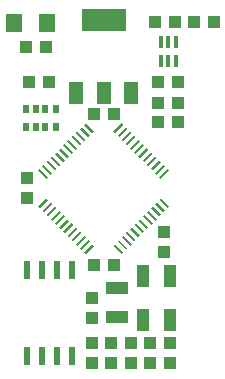
<source format=gbp>
G75*
G70*
%OFA0B0*%
%FSLAX24Y24*%
%IPPOS*%
%LPD*%
%AMOC8*
5,1,8,0,0,1.08239X$1,22.5*
%
%ADD10R,0.0433X0.0748*%
%ADD11R,0.0394X0.0433*%
%ADD12R,0.0079X0.0394*%
%ADD13R,0.0394X0.0079*%
%ADD14R,0.0433X0.0394*%
%ADD15R,0.0220X0.0590*%
%ADD16R,0.0118X0.0390*%
%ADD17R,0.0748X0.0433*%
%ADD18R,0.0500X0.0750*%
%ADD19R,0.1500X0.0750*%
%ADD20R,0.0236X0.0315*%
%ADD21R,0.0197X0.0315*%
%ADD22R,0.0551X0.0630*%
D10*
X006284Y003762D03*
X007189Y003762D03*
X007189Y005218D03*
X006284Y005218D03*
D11*
X006987Y006005D03*
X006987Y006675D03*
X006802Y010340D03*
X006802Y010990D03*
X007471Y010990D03*
X007471Y010340D03*
X007371Y013690D03*
X008002Y013690D03*
X008671Y013690D03*
X006702Y013690D03*
X002437Y008475D03*
X002437Y007805D03*
X004587Y002975D03*
X004587Y002305D03*
X005237Y002305D03*
X005237Y002975D03*
X005887Y002975D03*
X005887Y002305D03*
X006537Y002305D03*
X006537Y002975D03*
X007187Y002975D03*
X007187Y002305D03*
D12*
G36*
X005640Y006011D02*
X005585Y005956D01*
X005308Y006233D01*
X005363Y006288D01*
X005640Y006011D01*
G37*
G36*
X005779Y006150D02*
X005724Y006095D01*
X005447Y006372D01*
X005502Y006427D01*
X005779Y006150D01*
G37*
G36*
X005918Y006289D02*
X005863Y006234D01*
X005586Y006511D01*
X005641Y006566D01*
X005918Y006289D01*
G37*
G36*
X006057Y006428D02*
X006002Y006373D01*
X005725Y006650D01*
X005780Y006705D01*
X006057Y006428D01*
G37*
G36*
X006197Y006567D02*
X006142Y006512D01*
X005865Y006789D01*
X005920Y006844D01*
X006197Y006567D01*
G37*
G36*
X006336Y006707D02*
X006281Y006652D01*
X006004Y006929D01*
X006059Y006984D01*
X006336Y006707D01*
G37*
G36*
X006475Y006846D02*
X006420Y006791D01*
X006143Y007068D01*
X006198Y007123D01*
X006475Y006846D01*
G37*
G36*
X006614Y006985D02*
X006559Y006930D01*
X006282Y007207D01*
X006337Y007262D01*
X006614Y006985D01*
G37*
G36*
X006753Y007124D02*
X006698Y007069D01*
X006421Y007346D01*
X006476Y007401D01*
X006753Y007124D01*
G37*
G36*
X006893Y007263D02*
X006838Y007208D01*
X006561Y007485D01*
X006616Y007540D01*
X006893Y007263D01*
G37*
G36*
X007032Y007403D02*
X006977Y007348D01*
X006700Y007625D01*
X006755Y007680D01*
X007032Y007403D01*
G37*
G36*
X007171Y007542D02*
X007116Y007487D01*
X006839Y007764D01*
X006894Y007819D01*
X007171Y007542D01*
G37*
G36*
X004665Y010047D02*
X004610Y009992D01*
X004333Y010269D01*
X004388Y010324D01*
X004665Y010047D01*
G37*
G36*
X004526Y009908D02*
X004471Y009853D01*
X004194Y010130D01*
X004249Y010185D01*
X004526Y009908D01*
G37*
G36*
X004387Y009769D02*
X004332Y009714D01*
X004055Y009991D01*
X004110Y010046D01*
X004387Y009769D01*
G37*
G36*
X004248Y009630D02*
X004193Y009575D01*
X003916Y009852D01*
X003971Y009907D01*
X004248Y009630D01*
G37*
G36*
X004109Y009491D02*
X004054Y009436D01*
X003777Y009713D01*
X003832Y009768D01*
X004109Y009491D01*
G37*
G36*
X003970Y009351D02*
X003915Y009296D01*
X003638Y009573D01*
X003693Y009628D01*
X003970Y009351D01*
G37*
G36*
X003830Y009212D02*
X003775Y009157D01*
X003498Y009434D01*
X003553Y009489D01*
X003830Y009212D01*
G37*
G36*
X003691Y009073D02*
X003636Y009018D01*
X003359Y009295D01*
X003414Y009350D01*
X003691Y009073D01*
G37*
G36*
X003552Y008934D02*
X003497Y008879D01*
X003220Y009156D01*
X003275Y009211D01*
X003552Y008934D01*
G37*
G36*
X003413Y008795D02*
X003358Y008740D01*
X003081Y009017D01*
X003136Y009072D01*
X003413Y008795D01*
G37*
G36*
X003274Y008655D02*
X003219Y008600D01*
X002942Y008877D01*
X002997Y008932D01*
X003274Y008655D01*
G37*
G36*
X003134Y008516D02*
X003079Y008461D01*
X002802Y008738D01*
X002857Y008793D01*
X003134Y008516D01*
G37*
D13*
G36*
X003134Y007764D02*
X002857Y007487D01*
X002802Y007542D01*
X003079Y007819D01*
X003134Y007764D01*
G37*
G36*
X003274Y007625D02*
X002997Y007348D01*
X002942Y007403D01*
X003219Y007680D01*
X003274Y007625D01*
G37*
G36*
X003413Y007485D02*
X003136Y007208D01*
X003081Y007263D01*
X003358Y007540D01*
X003413Y007485D01*
G37*
G36*
X003552Y007346D02*
X003275Y007069D01*
X003220Y007124D01*
X003497Y007401D01*
X003552Y007346D01*
G37*
G36*
X003691Y007207D02*
X003414Y006930D01*
X003359Y006985D01*
X003636Y007262D01*
X003691Y007207D01*
G37*
G36*
X003830Y007068D02*
X003553Y006791D01*
X003498Y006846D01*
X003775Y007123D01*
X003830Y007068D01*
G37*
G36*
X003970Y006929D02*
X003693Y006652D01*
X003638Y006707D01*
X003915Y006984D01*
X003970Y006929D01*
G37*
G36*
X004109Y006789D02*
X003832Y006512D01*
X003777Y006567D01*
X004054Y006844D01*
X004109Y006789D01*
G37*
G36*
X004248Y006650D02*
X003971Y006373D01*
X003916Y006428D01*
X004193Y006705D01*
X004248Y006650D01*
G37*
G36*
X004387Y006511D02*
X004110Y006234D01*
X004055Y006289D01*
X004332Y006566D01*
X004387Y006511D01*
G37*
G36*
X004526Y006372D02*
X004249Y006095D01*
X004194Y006150D01*
X004471Y006427D01*
X004526Y006372D01*
G37*
G36*
X004665Y006233D02*
X004388Y005956D01*
X004333Y006011D01*
X004610Y006288D01*
X004665Y006233D01*
G37*
G36*
X006753Y009156D02*
X006476Y008879D01*
X006421Y008934D01*
X006698Y009211D01*
X006753Y009156D01*
G37*
G36*
X006893Y009017D02*
X006616Y008740D01*
X006561Y008795D01*
X006838Y009072D01*
X006893Y009017D01*
G37*
G36*
X007032Y008877D02*
X006755Y008600D01*
X006700Y008655D01*
X006977Y008932D01*
X007032Y008877D01*
G37*
G36*
X007171Y008738D02*
X006894Y008461D01*
X006839Y008516D01*
X007116Y008793D01*
X007171Y008738D01*
G37*
G36*
X006614Y009295D02*
X006337Y009018D01*
X006282Y009073D01*
X006559Y009350D01*
X006614Y009295D01*
G37*
G36*
X006475Y009434D02*
X006198Y009157D01*
X006143Y009212D01*
X006420Y009489D01*
X006475Y009434D01*
G37*
G36*
X006336Y009573D02*
X006059Y009296D01*
X006004Y009351D01*
X006281Y009628D01*
X006336Y009573D01*
G37*
G36*
X006197Y009713D02*
X005920Y009436D01*
X005865Y009491D01*
X006142Y009768D01*
X006197Y009713D01*
G37*
G36*
X006057Y009852D02*
X005780Y009575D01*
X005725Y009630D01*
X006002Y009907D01*
X006057Y009852D01*
G37*
G36*
X005918Y009991D02*
X005641Y009714D01*
X005586Y009769D01*
X005863Y010046D01*
X005918Y009991D01*
G37*
G36*
X005779Y010130D02*
X005502Y009853D01*
X005447Y009908D01*
X005724Y010185D01*
X005779Y010130D01*
G37*
G36*
X005640Y010269D02*
X005363Y009992D01*
X005308Y010047D01*
X005585Y010324D01*
X005640Y010269D01*
G37*
D14*
X005321Y010610D03*
X004652Y010610D03*
X003171Y011690D03*
X002502Y011690D03*
X002402Y012840D03*
X003071Y012840D03*
X006802Y011690D03*
X007471Y011690D03*
X005321Y005590D03*
X004652Y005590D03*
X004587Y004475D03*
X004587Y003805D03*
D15*
X002437Y002550D03*
X002937Y002550D03*
X003437Y002550D03*
X003937Y002550D03*
X003937Y005430D03*
X003437Y005430D03*
X002937Y005430D03*
X002437Y005430D03*
D16*
X006881Y012375D03*
X007137Y012375D03*
X007393Y012375D03*
X007393Y013009D03*
X007137Y013009D03*
X006881Y013009D03*
D17*
X005437Y004832D03*
X005437Y003848D03*
D18*
X004987Y011320D03*
X005897Y011320D03*
X004077Y011320D03*
D19*
X004987Y013760D03*
D20*
X003389Y010785D03*
X003389Y010195D03*
X002385Y010195D03*
X002385Y010785D03*
D21*
X002729Y010785D03*
X003044Y010785D03*
X003044Y010195D03*
X002729Y010195D03*
D22*
X003088Y013640D03*
X001985Y013640D03*
M02*

</source>
